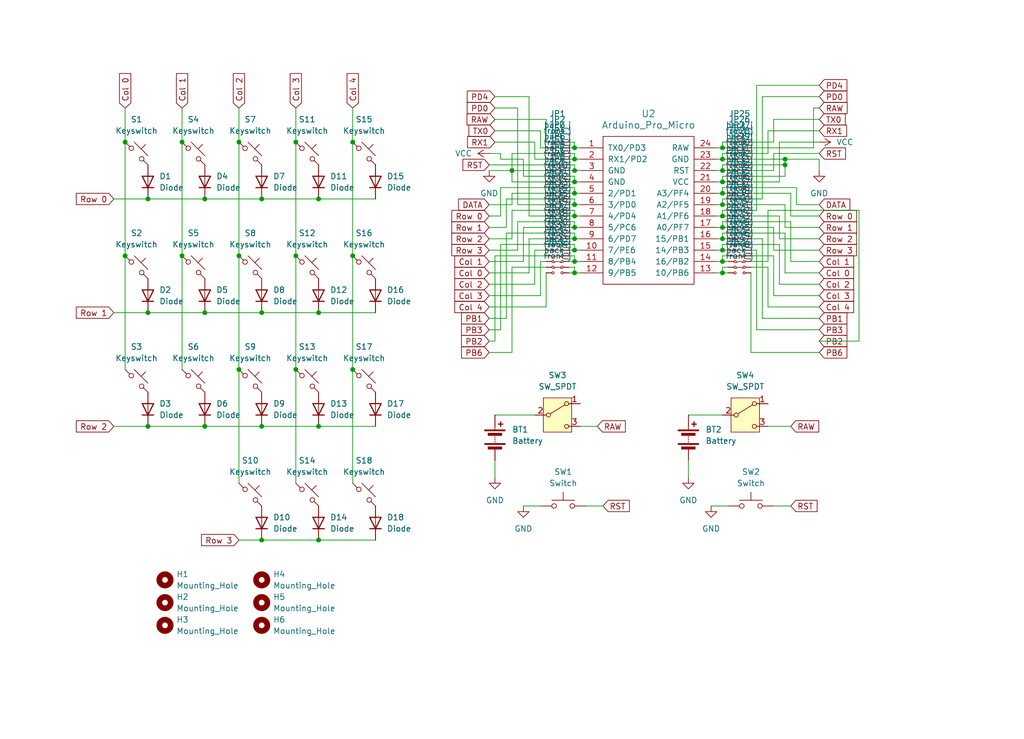
<source format=kicad_sch>
(kicad_sch (version 20231120) (generator "eeschema") (generator_version "8.0")
  (paper "User" 228.6 165.1)
  (title_block (title "Split36") (rev "3.0") (company "Connor Molnar"))
  (junction (at 161.29 55.88))
  (junction (at 66.04 82.55))
  (junction (at 71.12 120.65))
  (junction (at 128.27 53.34))
  (junction (at 78.74 31.75))
  (junction (at 161.29 35.56))
  (junction (at 128.27 50.8))
  (junction (at 128.27 38.1))
  (junction (at 175.26 35.56))
  (junction (at 128.27 43.18))
  (junction (at 161.29 38.1))
  (junction (at 66.04 57.15))
  (junction (at 128.27 48.26))
  (junction (at 27.94 57.15))
  (junction (at 161.29 40.64))
  (junction (at 161.29 58.42))
  (junction (at 40.64 31.75))
  (junction (at 33.02 95.25))
  (junction (at 161.29 60.96))
  (junction (at 175.26 36.83))
  (junction (at 128.27 60.96))
  (junction (at 53.34 82.55))
  (junction (at 27.94 31.75))
  (junction (at 71.12 95.25))
  (junction (at 128.27 58.42))
  (junction (at 53.34 57.15))
  (junction (at 33.02 69.85))
  (junction (at 128.27 55.88))
  (junction (at 58.42 95.25))
  (junction (at 45.72 95.25))
  (junction (at 161.29 48.26))
  (junction (at 114.3 38.1))
  (junction (at 33.02 44.45))
  (junction (at 161.29 50.8))
  (junction (at 66.04 31.75))
  (junction (at 161.29 43.18))
  (junction (at 128.27 45.72))
  (junction (at 161.29 45.72))
  (junction (at 58.42 69.85))
  (junction (at 78.74 82.55))
  (junction (at 58.42 44.45))
  (junction (at 128.27 33.02))
  (junction (at 71.12 44.45))
  (junction (at 40.64 57.15))
  (junction (at 78.74 57.15))
  (junction (at 161.29 33.02))
  (junction (at 53.34 31.75))
  (junction (at 58.42 120.65))
  (junction (at 45.72 44.45))
  (junction (at 45.72 69.85))
  (junction (at 71.12 69.85))
  (junction (at 161.29 53.34))
  (junction (at 128.27 40.64))
  (junction (at 128.27 35.56))
  (wire (pts (xy 167.64 41.91) (xy 177.8 41.91)))
  (wire (pts (xy 172.72 38.1) (xy 172.72 34.29)))
  (wire (pts (xy 175.26 60.96) (xy 182.88 60.96)))
  (wire (pts (xy 161.29 36.83) (xy 162.56 36.83)))
  (wire (pts (xy 128.27 50.8) (xy 129.54 50.8)))
  (wire (pts (xy 128.27 55.88) (xy 128.27 54.61)))
  (wire (pts (xy 115.57 24.13) (xy 110.49 24.13)))
  (wire (pts (xy 53.34 82.55) (xy 53.34 107.95)))
  (wire (pts (xy 78.74 82.55) (xy 78.74 107.95)))
  (wire (pts (xy 167.64 54.61) (xy 173.99 54.61)))
  (wire (pts (xy 161.29 50.8) (xy 161.29 49.53)))
  (wire (pts (xy 128.27 55.88) (xy 129.54 55.88)))
  (wire (pts (xy 128.27 45.72) (xy 128.27 44.45)))
  (wire (pts (xy 170.18 21.59) (xy 182.88 21.59)))
  (wire (pts (xy 110.49 92.71) (xy 119.38 92.71)))
  (wire (pts (xy 161.29 43.18) (xy 161.29 41.91)))
  (wire (pts (xy 161.29 45.72) (xy 162.56 45.72)))
  (wire (pts (xy 161.29 35.56) (xy 162.56 35.56)))
  (wire (pts (xy 167.64 38.1) (xy 172.72 38.1)))
  (wire (pts (xy 172.72 55.88) (xy 182.88 55.88)))
  (wire (pts (xy 161.29 31.75) (xy 162.56 31.75)))
  (wire (pts (xy 161.29 33.02) (xy 161.29 31.75)))
  (wire (pts (xy 128.27 59.69) (xy 127 59.69)))
  (wire (pts (xy 109.22 36.83) (xy 121.92 36.83)))
  (wire (pts (xy 130.81 113.03) (xy 134.62 113.03)))
  (wire (pts (xy 167.64 59.69) (xy 171.45 59.69)))
  (wire (pts (xy 119.38 55.88) (xy 119.38 63.5)))
  (wire (pts (xy 160.02 45.72) (xy 161.29 45.72)))
  (wire (pts (xy 171.45 95.25) (xy 176.53 95.25)))
  (wire (pts (xy 172.72 31.75) (xy 172.72 26.67)))
  (wire (pts (xy 118.11 21.59) (xy 110.49 21.59)))
  (wire (pts (xy 27.94 31.75) (xy 27.94 57.15)))
  (wire (pts (xy 113.03 50.8) (xy 109.22 50.8)))
  (wire (pts (xy 191.77 46.99) (xy 191.77 76.2)))
  (wire (pts (xy 168.91 19.05) (xy 182.88 19.05)))
  (wire (pts (xy 161.29 41.91) (xy 162.56 41.91)))
  (wire (pts (xy 171.45 59.69) (xy 171.45 68.58)))
  (wire (pts (xy 160.02 43.18) (xy 161.29 43.18)))
  (wire (pts (xy 119.38 63.5) (xy 109.22 63.5)))
  (wire (pts (xy 160.02 40.64) (xy 161.29 40.64)))
  (wire (pts (xy 109.22 73.66) (xy 111.76 73.66)))
  (wire (pts (xy 116.84 58.42) (xy 109.22 58.42)))
  (wire (pts (xy 127 33.02) (xy 128.27 33.02)))
  (wire (pts (xy 128.27 35.56) (xy 129.54 35.56)))
  (wire (pts (xy 33.02 69.85) (xy 45.72 69.85)))
  (wire (pts (xy 172.72 26.67) (xy 182.88 26.67)))
  (wire (pts (xy 111.76 73.66) (xy 111.76 54.61)))
  (wire (pts (xy 58.42 69.85) (xy 71.12 69.85)))
  (wire (pts (xy 128.27 38.1) (xy 129.54 38.1)))
  (wire (pts (xy 167.64 33.02) (xy 181.61 33.02)))
  (wire (pts (xy 160.02 48.26) (xy 161.29 48.26)))
  (wire (pts (xy 40.64 31.75) (xy 40.64 57.15)))
  (wire (pts (xy 114.3 46.99) (xy 114.3 53.34)))
  (wire (pts (xy 109.22 38.1) (xy 114.3 38.1)))
  (wire (pts (xy 110.49 76.2) (xy 109.22 76.2)))
  (wire (pts (xy 172.72 113.03) (xy 176.53 113.03)))
  (wire (pts (xy 172.72 57.15) (xy 172.72 66.04)))
  (wire (pts (xy 78.74 57.15) (xy 78.74 82.55)))
  (wire (pts (xy 25.4 95.25) (xy 33.02 95.25)))
  (wire (pts (xy 175.26 50.8) (xy 182.88 50.8)))
  (wire (pts (xy 128.27 33.02) (xy 128.27 31.75)))
  (wire (pts (xy 121.92 45.72) (xy 115.57 45.72)))
  (wire (pts (xy 161.29 39.37) (xy 162.56 39.37)))
  (wire (pts (xy 111.76 35.56) (xy 111.76 34.29)))
  (wire (pts (xy 153.67 92.71) (xy 161.29 92.71)))
  (wire (pts (xy 127 35.56) (xy 128.27 35.56)))
  (wire (pts (xy 161.29 55.88) (xy 161.29 54.61)))
  (wire (pts (xy 173.99 48.26) (xy 173.99 53.34)))
  (wire (pts (xy 161.29 55.88) (xy 162.56 55.88)))
  (wire (pts (xy 128.27 34.29) (xy 127 34.29)))
  (wire (pts (xy 173.99 53.34) (xy 182.88 53.34)))
  (wire (pts (xy 161.29 60.96) (xy 161.29 59.69)))
  (wire (pts (xy 114.3 78.74) (xy 109.22 78.74)))
  (wire (pts (xy 170.18 44.45) (xy 170.18 21.59)))
  (wire (pts (xy 78.74 31.75) (xy 78.74 57.15)))
  (wire (pts (xy 177.8 45.72) (xy 182.88 45.72)))
  (wire (pts (xy 128.27 33.02) (xy 129.54 33.02)))
  (wire (pts (xy 176.53 49.53) (xy 176.53 58.42)))
  (wire (pts (xy 111.76 54.61) (xy 121.92 54.61)))
  (wire (pts (xy 110.49 26.67) (xy 121.92 26.67)))
  (wire (pts (xy 161.29 45.72) (xy 161.29 44.45)))
  (wire (pts (xy 53.34 24.13) (xy 53.34 31.75)))
  (wire (pts (xy 127 55.88) (xy 128.27 55.88)))
  (wire (pts (xy 170.18 71.12) (xy 182.88 71.12)))
  (wire (pts (xy 172.72 50.8) (xy 172.72 55.88)))
  (wire (pts (xy 173.99 31.75) (xy 182.88 31.75)))
  (wire (pts (xy 121.92 49.53) (xy 115.57 49.53)))
  (wire (pts (xy 161.29 35.56) (xy 161.29 34.29)))
  (wire (pts (xy 121.92 46.99) (xy 114.3 46.99)))
  (wire (pts (xy 128.27 35.56) (xy 128.27 34.29)))
  (wire (pts (xy 127 48.26) (xy 128.27 48.26)))
  (wire (pts (xy 71.12 120.65) (xy 83.82 120.65)))
  (wire (pts (xy 167.64 49.53) (xy 176.53 49.53)))
  (wire (pts (xy 181.61 24.13) (xy 182.88 24.13)))
  (wire (pts (xy 161.29 38.1) (xy 161.29 36.83)))
  (wire (pts (xy 161.29 57.15) (xy 162.56 57.15)))
  (wire (pts (xy 121.92 58.42) (xy 120.65 58.42)))
  (wire (pts (xy 170.18 53.34) (xy 170.18 71.12)))
  (wire (pts (xy 181.61 33.02) (xy 181.61 24.13)))
  (wire (pts (xy 45.72 69.85) (xy 58.42 69.85)))
  (wire (pts (xy 160.02 55.88) (xy 161.29 55.88)))
  (wire (pts (xy 71.12 95.25) (xy 83.82 95.25)))
  (wire (pts (xy 121.92 43.18) (xy 114.3 43.18)))
  (wire (pts (xy 128.27 43.18) (xy 129.54 43.18)))
  (wire (pts (xy 110.49 102.87) (xy 110.49 106.68)))
  (wire (pts (xy 175.26 36.83) (xy 175.26 39.37)))
  (wire (pts (xy 66.04 24.13) (xy 66.04 31.75)))
  (wire (pts (xy 128.27 48.26) (xy 128.27 46.99)))
  (wire (pts (xy 113.03 52.07) (xy 113.03 71.12)))
  (wire (pts (xy 128.27 39.37) (xy 127 39.37)))
  (wire (pts (xy 175.26 35.56) (xy 175.26 36.83)))
  (wire (pts (xy 27.94 57.15) (xy 27.94 82.55)))
  (wire (pts (xy 160.02 35.56) (xy 161.29 35.56)))
  (wire (pts (xy 182.88 35.56) (xy 182.88 38.1)))
  (wire (pts (xy 121.92 60.96) (xy 121.92 68.58)))
  (wire (pts (xy 175.26 45.72) (xy 175.26 50.8)))
  (wire (pts (xy 167.64 52.07) (xy 175.26 52.07)))
  (wire (pts (xy 114.3 38.1) (xy 121.92 38.1)))
  (wire (pts (xy 121.92 48.26) (xy 118.11 48.26)))
  (wire (pts (xy 121.92 59.69) (xy 114.3 59.69)))
  (wire (pts (xy 115.57 49.53) (xy 115.57 55.88)))
  (wire (pts (xy 175.26 35.56) (xy 182.88 35.56)))
  (wire (pts (xy 172.72 34.29) (xy 182.88 34.29)))
  (wire (pts (xy 45.72 44.45) (xy 58.42 44.45)))
  (wire (pts (xy 167.64 40.64) (xy 173.99 40.64)))
  (wire (pts (xy 167.64 58.42) (xy 171.45 58.42)))
  (wire (pts (xy 128.27 40.64) (xy 128.27 39.37)))
  (wire (pts (xy 121.92 33.02) (xy 120.65 33.02)))
  (wire (pts (xy 176.53 48.26) (xy 182.88 48.26)))
  (wire (pts (xy 161.29 53.34) (xy 161.29 52.07)))
  (wire (pts (xy 127 45.72) (xy 128.27 45.72)))
  (wire (pts (xy 114.3 34.29) (xy 114.3 38.1)))
  (wire (pts (xy 71.12 44.45) (xy 83.82 44.45)))
  (wire (pts (xy 167.64 55.88) (xy 168.91 55.88)))
  (wire (pts (xy 121.92 34.29) (xy 114.3 34.29)))
  (wire (pts (xy 129.54 95.25) (xy 133.35 95.25)))
  (wire (pts (xy 128.27 53.34) (xy 129.54 53.34)))
  (wire (pts (xy 71.12 69.85) (xy 83.82 69.85)))
  (wire (pts (xy 128.27 54.61) (xy 127 54.61)))
  (wire (pts (xy 167.64 53.34) (xy 170.18 53.34)))
  (wire (pts (xy 66.04 31.75) (xy 66.04 57.15)))
  (wire (pts (xy 160.02 50.8) (xy 161.29 50.8)))
  (wire (pts (xy 121.92 52.07) (xy 113.03 52.07)))
  (wire (pts (xy 161.29 53.34) (xy 162.56 53.34)))
  (wire (pts (xy 173.99 63.5) (xy 182.88 63.5)))
  (wire (pts (xy 160.02 60.96) (xy 161.29 60.96)))
  (wire (pts (xy 119.38 31.75) (xy 110.49 31.75)))
  (wire (pts (xy 161.29 60.96) (xy 162.56 60.96)))
  (wire (pts (xy 121.92 35.56) (xy 119.38 35.56)))
  (wire (pts (xy 167.64 31.75) (xy 172.72 31.75)))
  (wire (pts (xy 113.03 44.45) (xy 113.03 50.8)))
  (wire (pts (xy 40.64 24.13) (xy 40.64 31.75)))
  (wire (pts (xy 161.29 33.02) (xy 162.56 33.02)))
  (wire (pts (xy 128.27 40.64) (xy 129.54 40.64)))
  (wire (pts (xy 176.53 43.18) (xy 176.53 48.26)))
  (wire (pts (xy 111.76 48.26) (xy 109.22 48.26)))
  (wire (pts (xy 161.29 54.61) (xy 162.56 54.61)))
  (wire (pts (xy 128.27 36.83) (xy 127 36.83)))
  (wire (pts (xy 128.27 58.42) (xy 129.54 58.42)))
  (wire (pts (xy 161.29 48.26) (xy 161.29 46.99)))
  (wire (pts (xy 109.22 45.72) (xy 114.3 45.72)))
  (wire (pts (xy 33.02 95.25) (xy 45.72 95.25)))
  (wire (pts (xy 115.57 45.72) (xy 115.57 24.13)))
  (wire (pts (xy 127 40.64) (xy 128.27 40.64)))
  (wire (pts (xy 121.92 50.8) (xy 116.84 50.8)))
  (wire (pts (xy 160.02 53.34) (xy 161.29 53.34)))
  (wire (pts (xy 171.45 68.58) (xy 182.88 68.58)))
  (wire (pts (xy 161.29 58.42) (xy 162.56 58.42)))
  (wire (pts (xy 172.72 66.04) (xy 182.88 66.04)))
  (wire (pts (xy 167.64 48.26) (xy 173.99 48.26)))
  (wire (pts (xy 167.64 50.8) (xy 172.72 50.8)))
  (wire (pts (xy 118.11 48.26) (xy 118.11 21.59)))
  (wire (pts (xy 167.64 36.83) (xy 175.26 36.83)))
  (wire (pts (xy 121.92 57.15) (xy 110.49 57.15)))
  (wire (pts (xy 121.92 53.34) (xy 118.11 53.34)))
  (wire (pts (xy 167.64 35.56) (xy 175.26 35.56)))
  (wire (pts (xy 116.84 39.37) (xy 116.84 35.56)))
  (wire (pts (xy 128.27 57.15) (xy 127 57.15)))
  (wire (pts (xy 53.34 120.65) (xy 58.42 120.65)))
  (wire (pts (xy 128.27 46.99) (xy 127 46.99)))
  (wire (pts (xy 113.03 71.12) (xy 109.22 71.12)))
  (wire (pts (xy 128.27 52.07) (xy 127 52.07)))
  (wire (pts (xy 118.11 53.34) (xy 118.11 60.96)))
  (wire (pts (xy 161.29 44.45) (xy 162.56 44.45)))
  (wire (pts (xy 161.29 59.69) (xy 162.56 59.69)))
  (wire (pts (xy 171.45 46.99) (xy 191.77 46.99)))
  (wire (pts (xy 127 58.42) (xy 128.27 58.42)))
  (wire (pts (xy 167.64 43.18) (xy 176.53 43.18)))
  (wire (pts (xy 128.27 53.34) (xy 128.27 52.07)))
  (wire (pts (xy 114.3 38.1) (xy 114.3 40.64)))
  (wire (pts (xy 175.26 52.07) (xy 175.26 60.96)))
  (wire (pts (xy 167.64 57.15) (xy 172.72 57.15)))
  (wire (pts (xy 127 38.1) (xy 128.27 38.1)))
  (wire (pts (xy 173.99 40.64) (xy 173.99 31.75)))
  (wire (pts (xy 161.29 49.53) (xy 162.56 49.53)))
  (wire (pts (xy 121.92 41.91) (xy 111.76 41.91)))
  (wire (pts (xy 110.49 29.21) (xy 120.65 29.21)))
  (wire (pts (xy 127 53.34) (xy 128.27 53.34)))
  (wire (pts (xy 167.64 44.45) (xy 170.18 44.45)))
  (wire (pts (xy 128.27 41.91) (xy 127 41.91)))
  (wire (pts (xy 121.92 40.64) (xy 114.3 40.64)))
  (wire (pts (xy 128.27 45.72) (xy 129.54 45.72)))
  (wire (pts (xy 78.74 24.13) (xy 78.74 31.75)))
  (wire (pts (xy 161.29 38.1) (xy 162.56 38.1)))
  (wire (pts (xy 27.94 24.13) (xy 27.94 31.75)))
  (wire (pts (xy 160.02 33.02) (xy 161.29 33.02)))
  (wire (pts (xy 128.27 38.1) (xy 128.27 36.83)))
  (wire (pts (xy 116.84 113.03) (xy 120.65 113.03)))
  (wire (pts (xy 127 50.8) (xy 128.27 50.8)))
  (wire (pts (xy 127 43.18) (xy 128.27 43.18)))
  (wire (pts (xy 118.11 60.96) (xy 109.22 60.96)))
  (wire (pts (xy 177.8 41.91) (xy 177.8 45.72)))
  (wire (pts (xy 114.3 53.34) (xy 109.22 53.34)))
  (wire (pts (xy 167.64 34.29) (xy 171.45 34.29)))
  (wire (pts (xy 120.65 58.42) (xy 120.65 66.04)))
  (wire (pts (xy 176.53 58.42) (xy 182.88 58.42)))
  (wire (pts (xy 58.42 95.25) (xy 71.12 95.25)))
  (wire (pts (xy 114.3 59.69) (xy 114.3 78.74)))
  (wire (pts (xy 116.84 50.8) (xy 116.84 58.42)))
  (wire (pts (xy 111.76 41.91) (xy 111.76 48.26)))
  (wire (pts (xy 167.64 46.99) (xy 168.91 46.99)))
  (wire (pts (xy 171.45 58.42) (xy 171.45 46.99)))
  (wire (pts (xy 167.64 39.37) (xy 175.26 39.37)))
  (wire (pts (xy 171.45 29.21) (xy 182.88 29.21)))
  (wire (pts (xy 191.77 76.2) (xy 182.88 76.2)))
  (wire (pts (xy 121.92 31.75) (xy 121.92 26.67)))
  (wire (pts (xy 168.91 46.99) (xy 168.91 19.05)))
  (wire (pts (xy 167.64 78.74) (xy 182.88 78.74)))
  (wire (pts (xy 128.27 44.45) (xy 127 44.45)))
  (wire (pts (xy 53.34 57.15) (xy 53.34 82.55)))
  (wire (pts (xy 167.64 60.96) (xy 167.64 78.74)))
  (wire (pts (xy 128.27 50.8) (xy 128.27 49.53)))
  (wire (pts (xy 168.91 55.88) (xy 168.91 73.66)))
  (wire (pts (xy 161.29 50.8) (xy 162.56 50.8)))
  (wire (pts (xy 161.29 34.29) (xy 162.56 34.29)))
  (wire (pts (xy 121.92 39.37) (xy 116.84 39.37)))
  (wire (pts (xy 173.99 54.61) (xy 173.99 63.5)))
  (wire (pts (xy 160.02 38.1) (xy 161.29 38.1)))
  (wire (pts (xy 158.75 113.03) (xy 162.56 113.03)))
  (wire (pts (xy 119.38 35.56) (xy 119.38 31.75)))
  (wire (pts (xy 128.27 43.18) (xy 128.27 41.91)))
  (wire (pts (xy 115.57 55.88) (xy 109.22 55.88)))
  (wire (pts (xy 121.92 68.58) (xy 109.22 68.58)))
  (wire (pts (xy 128.27 60.96) (xy 128.27 59.69)))
  (wire (pts (xy 161.29 46.99) (xy 162.56 46.99)))
  (wire (pts (xy 121.92 55.88) (xy 119.38 55.88)))
  (wire (pts (xy 153.67 102.87) (xy 153.67 106.68)))
  (wire (pts (xy 127 60.96) (xy 128.27 60.96)))
  (wire (pts (xy 120.65 33.02) (xy 120.65 29.21)))
  (wire (pts (xy 25.4 69.85) (xy 33.02 69.85)))
  (wire (pts (xy 58.42 120.65) (xy 71.12 120.65)))
  (wire (pts (xy 167.64 45.72) (xy 175.26 45.72)))
  (wire (pts (xy 161.29 48.26) (xy 162.56 48.26)))
  (wire (pts (xy 128.27 31.75) (xy 127 31.75)))
  (wire (pts (xy 66.04 57.15) (xy 66.04 82.55)))
  (wire (pts (xy 66.04 82.55) (xy 66.04 107.95)))
  (wire (pts (xy 33.02 44.45) (xy 45.72 44.45)))
  (wire (pts (xy 110.49 57.15) (xy 110.49 76.2)))
  (wire (pts (xy 128.27 48.26) (xy 129.54 48.26)))
  (wire (pts (xy 168.91 73.66) (xy 182.88 73.66)))
  (wire (pts (xy 116.84 35.56) (xy 111.76 35.56)))
  (wire (pts (xy 161.29 58.42) (xy 161.29 57.15)))
  (wire (pts (xy 40.64 57.15) (xy 40.64 82.55)))
  (wire (pts (xy 161.29 40.64) (xy 162.56 40.64)))
  (wire (pts (xy 58.42 44.45) (xy 71.12 44.45)))
  (wire (pts (xy 111.76 34.29) (xy 109.22 34.29)))
  (wire (pts (xy 161.29 40.64) (xy 161.29 39.37)))
  (wire (pts (xy 120.65 66.04) (xy 109.22 66.04)))
  (wire (pts (xy 114.3 43.18) (xy 114.3 45.72)))
  (wire (pts (xy 45.72 95.25) (xy 58.42 95.25)))
  (wire (pts (xy 128.27 49.53) (xy 127 49.53)))
  (wire (pts (xy 171.45 34.29) (xy 171.45 29.21)))
  (wire (pts (xy 121.92 44.45) (xy 113.03 44.45)))
  (wire (pts (xy 128.27 60.96) (xy 129.54 60.96)))
  (wire (pts (xy 25.4 44.45) (xy 33.02 44.45)))
  (wire (pts (xy 160.02 58.42) (xy 161.29 58.42)))
  (wire (pts (xy 53.34 31.75) (xy 53.34 57.15)))
  (wire (pts (xy 161.29 43.18) (xy 162.56 43.18)))
  (wire (pts (xy 128.27 58.42) (xy 128.27 57.15)))
  (wire (pts (xy 161.29 52.07) (xy 162.56 52.07)))
  (global_label "Row 0" (shape input) (at 109.22 48.26 180) (property "Intersheetrefs" "${INTERSHEET_REFS}" (effects (hide yes))))
  (global_label "Col 3" (shape input) (at 109.22 66.04 180) (property "Intersheetrefs" "${INTERSHEET_REFS}" (effects (hide yes))))
  (global_label "Col 3" (shape input) (at 66.04 24.13 90) (property "Intersheetrefs" "${INTERSHEET_REFS}" (effects (hide yes))))
  (global_label "Row 2" (shape input) (at 182.88 53.34 0) (property "Intersheetrefs" "${INTERSHEET_REFS}" (effects (hide yes))))
  (global_label "PB3" (shape input) (at 109.22 73.66 180) (property "Intersheetrefs" "${INTERSHEET_REFS}" (effects (hide yes))))
  (global_label "Row 2" (shape input) (at 25.4 95.25 180) (property "Intersheetrefs" "${INTERSHEET_REFS}" (effects (hide yes))))
  (global_label "RST" (shape input) (at 134.62 113.03 0) (property "Intersheetrefs" "${INTERSHEET_REFS}" (effects (hide yes))))
  (global_label "Row 0" (shape input) (at 182.88 48.26 0) (property "Intersheetrefs" "${INTERSHEET_REFS}" (effects (hide yes))))
  (global_label "Row 1" (shape input) (at 25.4 69.85 180) (property "Intersheetrefs" "${INTERSHEET_REFS}" (effects (hide yes))))
  (global_label "Row 1" (shape input) (at 109.22 50.8 180) (property "Intersheetrefs" "${INTERSHEET_REFS}" (effects (hide yes))))
  (global_label "Col 2" (shape input) (at 53.34 24.13 90) (property "Intersheetrefs" "${INTERSHEET_REFS}" (effects (hide yes))))
  (global_label "Col 0" (shape input) (at 109.22 60.96 180) (property "Intersheetrefs" "${INTERSHEET_REFS}" (effects (hide yes))))
  (global_label "RAW" (shape input) (at 176.53 95.25 0) (property "Intersheetrefs" "${INTERSHEET_REFS}" (effects (hide yes))))
  (global_label "TX0" (shape input) (at 182.88 26.67 0) (property "Intersheetrefs" "${INTERSHEET_REFS}" (effects (hide yes))))
  (global_label "RAW" (shape input) (at 110.49 26.67 180) (property "Intersheetrefs" "${INTERSHEET_REFS}" (effects (hide yes))))
  (global_label "Col 3" (shape input) (at 182.88 66.04 0) (property "Intersheetrefs" "${INTERSHEET_REFS}" (effects (hide yes))))
  (global_label "PD4" (shape input) (at 110.49 21.59 180) (property "Intersheetrefs" "${INTERSHEET_REFS}" (effects (hide yes))))
  (global_label "Row 3" (shape input) (at 109.22 55.88 180) (property "Intersheetrefs" "${INTERSHEET_REFS}" (effects (hide yes))))
  (global_label "PB2" (shape input) (at 182.88 76.2 0) (property "Intersheetrefs" "${INTERSHEET_REFS}" (effects (hide yes))))
  (global_label "Row 1" (shape input) (at 182.88 50.8 0) (property "Intersheetrefs" "${INTERSHEET_REFS}" (effects (hide yes))))
  (global_label "Col 4" (shape input) (at 78.74 24.13 90) (property "Intersheetrefs" "${INTERSHEET_REFS}" (effects (hide yes))))
  (global_label "PD0" (shape input) (at 110.49 24.13 180) (property "Intersheetrefs" "${INTERSHEET_REFS}" (effects (hide yes))))
  (global_label "PB6" (shape input) (at 109.22 78.74 180) (property "Intersheetrefs" "${INTERSHEET_REFS}" (effects (hide yes))))
  (global_label "Col 2" (shape input) (at 182.88 63.5 0) (property "Intersheetrefs" "${INTERSHEET_REFS}" (effects (hide yes))))
  (global_label "PD0" (shape input) (at 182.88 21.59 0) (property "Intersheetrefs" "${INTERSHEET_REFS}" (effects (hide yes))))
  (global_label "RAW" (shape input) (at 133.35 95.25 0) (property "Intersheetrefs" "${INTERSHEET_REFS}" (effects (hide yes))))
  (global_label "Row 3" (shape input) (at 53.34 120.65 180) (property "Intersheetrefs" "${INTERSHEET_REFS}" (effects (hide yes))))
  (global_label "TX0" (shape input) (at 110.49 29.21 180) (property "Intersheetrefs" "${INTERSHEET_REFS}" (effects (hide yes))))
  (global_label "PB6" (shape input) (at 182.88 78.74 0) (property "Intersheetrefs" "${INTERSHEET_REFS}" (effects (hide yes))))
  (global_label "Col 1" (shape input) (at 109.22 58.42 180) (property "Intersheetrefs" "${INTERSHEET_REFS}" (effects (hide yes))))
  (global_label "RX1" (shape input) (at 182.88 29.21 0) (property "Intersheetrefs" "${INTERSHEET_REFS}" (effects (hide yes))))
  (global_label "Col 4" (shape input) (at 109.22 68.58 180) (property "Intersheetrefs" "${INTERSHEET_REFS}" (effects (hide yes))))
  (global_label "DATA" (shape input) (at 182.88 45.72 0) (property "Intersheetrefs" "${INTERSHEET_REFS}" (effects (hide yes))))
  (global_label "RST" (shape input) (at 109.22 36.83 180) (property "Intersheetrefs" "${INTERSHEET_REFS}" (effects (hide yes))))
  (global_label "Col 0" (shape input) (at 182.88 60.96 0) (property "Intersheetrefs" "${INTERSHEET_REFS}" (effects (hide yes))))
  (global_label "Row 2" (shape input) (at 109.22 53.34 180) (property "Intersheetrefs" "${INTERSHEET_REFS}" (effects (hide yes))))
  (global_label "PB2" (shape input) (at 109.22 76.2 180) (property "Intersheetrefs" "${INTERSHEET_REFS}" (effects (hide yes))))
  (global_label "Col 4" (shape input) (at 182.88 68.58 0) (property "Intersheetrefs" "${INTERSHEET_REFS}" (effects (hide yes))))
  (global_label "DATA" (shape input) (at 109.22 45.72 180) (property "Intersheetrefs" "${INTERSHEET_REFS}" (effects (hide yes))))
  (global_label "Col 2" (shape input) (at 109.22 63.5 180) (property "Intersheetrefs" "${INTERSHEET_REFS}" (effects (hide yes))))
  (global_label "PB3" (shape input) (at 182.88 73.66 0) (property "Intersheetrefs" "${INTERSHEET_REFS}" (effects (hide yes))))
  (global_label "Row 0" (shape input) (at 25.4 44.45 180) (property "Intersheetrefs" "${INTERSHEET_REFS}" (effects (hide yes))))
  (global_label "RAW" (shape input) (at 182.88 24.13 0) (property "Intersheetrefs" "${INTERSHEET_REFS}" (effects (hide yes))))
  (global_label "Col 1" (shape input) (at 40.64 24.13 90) (property "Intersheetrefs" "${INTERSHEET_REFS}" (effects (hide yes))))
  (global_label "RST" (shape input) (at 182.88 34.29 0) (property "Intersheetrefs" "${INTERSHEET_REFS}" (effects (hide yes))))
  (global_label "PB1" (shape input) (at 109.22 71.12 180) (property "Intersheetrefs" "${INTERSHEET_REFS}" (effects (hide yes))))
  (global_label "RST" (shape input) (at 176.53 113.03 0) (property "Intersheetrefs" "${INTERSHEET_REFS}" (effects (hide yes))))
  (global_label "RX1" (shape input) (at 110.49 31.75 180) (property "Intersheetrefs" "${INTERSHEET_REFS}" (effects (hide yes))))
  (global_label "Row 3" (shape input) (at 182.88 55.88 0) (property "Intersheetrefs" "${INTERSHEET_REFS}" (effects (hide yes))))
  (global_label "Col 1" (shape input) (at 182.88 58.42 0) (property "Intersheetrefs" "${INTERSHEET_REFS}" (effects (hide yes))))
  (global_label "PB1" (shape input) (at 182.88 71.12 0) (property "Intersheetrefs" "${INTERSHEET_REFS}" (effects (hide yes))))
  (global_label "Col 0" (shape input) (at 27.94 24.13 90) (property "Intersheetrefs" "${INTERSHEET_REFS}" (effects (hide yes))))
  (global_label "PD4" (shape input) (at 182.88 19.05 0) (property "Intersheetrefs" "${INTERSHEET_REFS}" (effects (hide yes))))
  (symbol (lib_id "Jumper:Jumper_2_Small_Open") (at 124.46 50.8 0) (mirror y) (unit 1) (exclude_from_sim yes)
    (property "Reference" "JP16" (at 124.46 44.45 0))
    (property "Value" "front_j" (at 124.46 46.99 0))
    (property "Footprint" "Jumper:SolderJumper-2_P1.3mm_Open_TrianglePad1.0x1.5mm" (effects (hide yes)))
    (property "Description" "Jumper, 2-pole, small symbol, open" (effects (hide yes)))
  )
  (symbol (lib_id "ScottoKeebs:Placeholder_Diode") (at 33.02 40.64 90) (unit 1)
    (property "Reference" "D1" (at 35.56 39.3699 90) (effects (justify right)))
    (property "Value" "Diode" (at 35.56 41.9099 90) (effects (justify right)))
    (property "Footprint" "ScottoKeebs_Components:Diode_DO-35" (effects (hide yes)))
    (property "Description" "1N4148 (DO-35) or 1N4148W (SOD-123)" (effects (hide yes)))
    (property "Sim.Device" "D" (effects (hide yes)))
    (property "Sim.Pins" "1=K 2=A" (effects (hide yes)))
  )
  (symbol (lib_id "power:GND") (at 110.49 106.68 0) (unit 1)
    (property "Reference" "#PWR02" (effects (hide yes)))
    (property "Value" "GND" (at 110.49 111.76 0))
    (property "Description" "Power symbol creates a global label with name \"GND\" , ground" (effects (hide yes)))
  )
  (symbol (lib_id "ScottoKeebs:Placeholder_Mounting_Hole") (at 36.83 134.62 0) (unit 1)
    (property "Reference" "H2" (at 39.37 133.3499 0) (effects (justify left)))
    (property "Value" "Mounting_Hole" (at 39.37 135.8899 0) (effects (justify left)))
    (property "Footprint" "ScottoKeebs_Scotto:Standoff_M2x6mm" (effects (hide yes)))
    (property "Description" "Mounting Hole without connection" (effects (hide yes)))
  )
  (symbol (lib_id "power:GND") (at 116.84 113.03 0) (unit 1)
    (property "Reference" "#PWR04" (effects (hide yes)))
    (property "Value" "GND" (at 116.84 118.11 0))
    (property "Description" "Power symbol creates a global label with name \"GND\" , ground" (effects (hide yes)))
  )
  (symbol (lib_id "ScottoKeebs:Placeholder_Diode") (at 71.12 116.84 90) (unit 1)
    (property "Reference" "D14" (at 73.66 115.5699 90) (effects (justify right)))
    (property "Value" "Diode" (at 73.66 118.1099 90) (effects (justify right)))
    (property "Footprint" "ScottoKeebs_Components:Diode_DO-35" (effects (hide yes)))
    (property "Description" "1N4148 (DO-35) or 1N4148W (SOD-123)" (effects (hide yes)))
    (property "Sim.Device" "D" (effects (hide yes)))
    (property "Sim.Pins" "1=K 2=A" (effects (hide yes)))
  )
  (symbol (lib_id "Jumper:Jumper_2_Small_Open") (at 165.1 52.07 0) (unit 1) (exclude_from_sim yes)
    (property "Reference" "JP41" (at 165.1 45.72 0))
    (property "Value" "back_j" (at 165.1 48.26 0))
    (property "Footprint" "Jumper:SolderJumper-2_P1.3mm_Open_TrianglePad1.0x1.5mm" (effects (hide yes)))
    (property "Description" "Jumper, 2-pole, small symbol, open" (effects (hide yes)))
  )
  (symbol (lib_id "Jumper:Jumper_2_Small_Open") (at 124.46 44.45 0) (mirror y) (unit 1) (exclude_from_sim yes)
    (property "Reference" "JP11" (at 124.46 38.1 0))
    (property "Value" "back_j" (at 124.46 40.64 0))
    (property "Footprint" "Jumper:SolderJumper-2_P1.3mm_Open_TrianglePad1.0x1.5mm" (effects (hide yes)))
    (property "Description" "Jumper, 2-pole, small symbol, open" (effects (hide yes)))
  )
  (symbol (lib_id "ScottoKeebs:Placeholder_Diode") (at 58.42 40.64 90) (unit 1)
    (property "Reference" "D7" (at 60.96 39.3699 90) (effects (justify right)))
    (property "Value" "Diode" (at 60.96 41.9099 90) (effects (justify right)))
    (property "Footprint" "ScottoKeebs_Components:Diode_DO-35" (effects (hide yes)))
    (property "Description" "1N4148 (DO-35) or 1N4148W (SOD-123)" (effects (hide yes)))
    (property "Sim.Device" "D" (effects (hide yes)))
    (property "Sim.Pins" "1=K 2=A" (effects (hide yes)))
  )
  (symbol (lib_id "Jumper:Jumper_2_Small_Open") (at 124.46 59.69 0) (mirror y) (unit 1) (exclude_from_sim yes)
    (property "Reference" "JP23" (at 124.46 53.34 0))
    (property "Value" "back_j" (at 124.46 55.88 0))
    (property "Footprint" "Jumper:SolderJumper-2_P1.3mm_Open_TrianglePad1.0x1.5mm" (effects (hide yes)))
    (property "Description" "Jumper, 2-pole, small symbol, open" (effects (hide yes)))
  )
  (symbol (lib_id "ScottoKeebs:Placeholder_Keyswitch") (at 30.48 85.09 0) (unit 1)
    (property "Reference" "S3" (at 30.48 77.47 0))
    (property "Value" "Keyswitch" (at 30.48 80.01 0))
    (property "Footprint" "Reversible:Kailh_socket_PG1350_reversible" (effects (hide yes)))
    (property "Description" "Push button switch, normally open, two pins, 45° tilted" (effects (hide yes)))
  )
  (symbol (lib_id "ScottoKeebs:Placeholder_Diode") (at 45.72 66.04 90) (unit 1)
    (property "Reference" "D5" (at 48.26 64.7699 90) (effects (justify right)))
    (property "Value" "Diode" (at 48.26 67.3099 90) (effects (justify right)))
    (property "Footprint" "ScottoKeebs_Components:Diode_DO-35" (effects (hide yes)))
    (property "Description" "1N4148 (DO-35) or 1N4148W (SOD-123)" (effects (hide yes)))
    (property "Sim.Device" "D" (effects (hide yes)))
    (property "Sim.Pins" "1=K 2=A" (effects (hide yes)))
  )
  (symbol (lib_id "ScottoKeebs:Placeholder_Keyswitch") (at 43.18 59.69 0) (unit 1)
    (property "Reference" "S5" (at 43.18 52.07 0))
    (property "Value" "Keyswitch" (at 43.18 54.61 0))
    (property "Footprint" "Reversible:Kailh_socket_PG1350_reversible" (effects (hide yes)))
    (property "Description" "Push button switch, normally open, two pins, 45° tilted" (effects (hide yes)))
  )
  (symbol (lib_id "Jumper:Jumper_2_Small_Open") (at 165.1 49.53 0) (unit 1) (exclude_from_sim yes)
    (property "Reference" "JP39" (at 165.1 43.18 0))
    (property "Value" "back_j" (at 165.1 45.72 0))
    (property "Footprint" "Jumper:SolderJumper-2_P1.3mm_Open_TrianglePad1.0x1.5mm" (effects (hide yes)))
    (property "Description" "Jumper, 2-pole, small symbol, open" (effects (hide yes)))
  )
  (symbol (lib_id "ScottoKeebs:Placeholder_Diode") (at 33.02 91.44 90) (unit 1)
    (property "Reference" "D3" (at 35.56 90.1699 90) (effects (justify right)))
    (property "Value" "Diode" (at 35.56 92.7099 90) (effects (justify right)))
    (property "Footprint" "ScottoKeebs_Components:Diode_DO-35" (effects (hide yes)))
    (property "Description" "1N4148 (DO-35) or 1N4148W (SOD-123)" (effects (hide yes)))
    (property "Sim.Device" "D" (effects (hide yes)))
    (property "Sim.Pins" "1=K 2=A" (effects (hide yes)))
  )
  (symbol (lib_id "Jumper:Jumper_2_Small_Open") (at 165.1 48.26 0) (unit 1) (exclude_from_sim yes)
    (property "Reference" "JP38" (at 165.1 41.91 0))
    (property "Value" "front_j" (at 165.1 44.45 0))
    (property "Footprint" "Jumper:SolderJumper-2_P1.3mm_Open_TrianglePad1.0x1.5mm" (effects (hide yes)))
    (property "Description" "Jumper, 2-pole, small symbol, open" (effects (hide yes)))
  )
  (symbol (lib_id "power:GND") (at 153.67 106.68 0) (unit 1)
    (property "Reference" "#PWR03" (effects (hide yes)))
    (property "Value" "GND" (at 153.67 111.76 0))
    (property "Description" "Power symbol creates a global label with name \"GND\" , ground" (effects (hide yes)))
  )
  (symbol (lib_id "Jumper:Jumper_2_Small_Open") (at 165.1 54.61 0) (unit 1) (exclude_from_sim yes)
    (property "Reference" "JP43" (at 165.1 48.26 0))
    (property "Value" "back_j" (at 165.1 50.8 0))
    (property "Footprint" "Jumper:SolderJumper-2_P1.3mm_Open_TrianglePad1.0x1.5mm" (effects (hide yes)))
    (property "Description" "Jumper, 2-pole, small symbol, open" (effects (hide yes)))
  )
  (symbol (lib_id "ScottoKeebs:Placeholder_Keyswitch") (at 68.58 110.49 0) (unit 1)
    (property "Reference" "S14" (at 68.58 102.87 0))
    (property "Value" "Keyswitch" (at 68.58 105.41 0))
    (property "Footprint" "Reversible:Kailh_socket_PG1350_reversible" (effects (hide yes)))
    (property "Description" "Push button switch, normally open, two pins, 45° tilted" (effects (hide yes)))
  )
  (symbol (lib_id "Jumper:Jumper_2_Small_Open") (at 165.1 60.96 0) (unit 1) (exclude_from_sim yes)
    (property "Reference" "JP48" (at 165.1 54.61 0))
    (property "Value" "front_j" (at 165.1 57.15 0))
    (property "Footprint" "Jumper:SolderJumper-2_P1.3mm_Open_TrianglePad1.0x1.5mm" (effects (hide yes)))
    (property "Description" "Jumper, 2-pole, small symbol, open" (effects (hide yes)))
  )
  (symbol (lib_id "ScottoKeebs:Placeholder_Mounting_Hole") (at 58.42 129.54 0) (unit 1)
    (property "Reference" "H4" (at 60.96 128.2699 0) (effects (justify left)))
    (property "Value" "Mounting_Hole" (at 60.96 130.8099 0) (effects (justify left)))
    (property "Footprint" "ScottoKeebs_Scotto:Standoff_M2x6mm" (effects (hide yes)))
    (property "Description" "Mounting Hole without connection" (effects (hide yes)))
  )
  (symbol (lib_id "ScottoKeebs:Placeholder_Diode") (at 83.82 116.84 90) (unit 1)
    (property "Reference" "D18" (at 86.36 115.5699 90) (effects (justify right)))
    (property "Value" "Diode" (at 86.36 118.1099 90) (effects (justify right)))
    (property "Footprint" "ScottoKeebs_Components:Diode_DO-35" (effects (hide yes)))
    (property "Description" "1N4148 (DO-35) or 1N4148W (SOD-123)" (effects (hide yes)))
    (property "Sim.Device" "D" (effects (hide yes)))
    (property "Sim.Pins" "1=K 2=A" (effects (hide yes)))
  )
  (symbol (lib_id "Jumper:Jumper_2_Small_Open") (at 165.1 50.8 0) (unit 1) (exclude_from_sim yes)
    (property "Reference" "JP40" (at 165.1 44.45 0))
    (property "Value" "front_j" (at 165.1 46.99 0))
    (property "Footprint" "Jumper:SolderJumper-2_P1.3mm_Open_TrianglePad1.0x1.5mm" (effects (hide yes)))
    (property "Description" "Jumper, 2-pole, small symbol, open" (effects (hide yes)))
  )
  (symbol (lib_id "Jumper:Jumper_2_Small_Open") (at 124.46 40.64 0) (mirror y) (unit 1) (exclude_from_sim yes)
    (property "Reference" "JP8" (at 124.46 34.29 0))
    (property "Value" "front_j" (at 124.46 36.83 0))
    (property "Footprint" "Jumper:SolderJumper-2_P1.3mm_Open_TrianglePad1.0x1.5mm" (effects (hide yes)))
    (property "Description" "Jumper, 2-pole, small symbol, open" (effects (hide yes)))
  )
  (symbol (lib_id "ScottoKeebs:Placeholder_Keyswitch") (at 81.28 34.29 0) (unit 1)
    (property "Reference" "S15" (at 81.28 26.67 0))
    (property "Value" "Keyswitch" (at 81.28 29.21 0))
    (property "Footprint" "Reversible:Kailh_socket_PG1350_reversible" (effects (hide yes)))
    (property "Description" "Push button switch, normally open, two pins, 45° tilted" (effects (hide yes)))
  )
  (symbol (lib_id "Jumper:Jumper_2_Small_Open") (at 165.1 53.34 0) (unit 1) (exclude_from_sim yes)
    (property "Reference" "JP42" (at 165.1 46.99 0))
    (property "Value" "front_j" (at 165.1 49.53 0))
    (property "Footprint" "Jumper:SolderJumper-2_P1.3mm_Open_TrianglePad1.0x1.5mm" (effects (hide yes)))
    (property "Description" "Jumper, 2-pole, small symbol, open" (effects (hide yes)))
  )
  (symbol (lib_id "Jumper:Jumper_2_Small_Open") (at 124.46 36.83 0) (mirror y) (unit 1) (exclude_from_sim yes)
    (property "Reference" "JP5" (at 124.46 30.48 0))
    (property "Value" "back_j" (at 124.46 33.02 0))
    (property "Footprint" "Jumper:SolderJumper-2_P1.3mm_Open_TrianglePad1.0x1.5mm" (effects (hide yes)))
    (property "Description" "Jumper, 2-pole, small symbol, open" (effects (hide yes)))
  )
  (symbol (lib_id "power:VCC") (at 109.22 34.29 90) (unit 1)
    (property "Reference" "#PWR07" (effects (hide yes)))
    (property "Value" "VCC" (at 105.41 34.2899 90) (effects (justify left)))
    (property "Description" "Power symbol creates a global label with name \"VCC\"" (effects (hide yes)))
  )
  (symbol (lib_id "Jumper:Jumper_2_Small_Open") (at 165.1 34.29 0) (unit 1) (exclude_from_sim yes)
    (property "Reference" "JP27" (at 165.1 27.94 0))
    (property "Value" "back_j" (at 165.1 30.48 0))
    (property "Footprint" "Jumper:SolderJumper-2_P1.3mm_Open_TrianglePad1.0x1.5mm" (effects (hide yes)))
    (property "Description" "Jumper, 2-pole, small symbol, open" (effects (hide yes)))
  )
  (symbol (lib_id "Switch:SW_SPDT") (at 124.46 92.71 0) (unit 1)
    (property "Reference" "SW3" (at 124.46 83.82 0))
    (property "Value" "SW_SPDT" (at 124.46 86.36 0))
    (property "Footprint" "ScottoKeebs_Components:Switch_MSK12C02" (effects (hide yes)))
    (property "Description" "Switch, single pole double throw" (effects (hide yes)))
  )
  (symbol (lib_id "Jumper:Jumper_2_Small_Open") (at 124.46 38.1 0) (mirror y) (unit 1) (exclude_from_sim yes)
    (property "Reference" "JP6" (at 124.46 31.75 0))
    (property "Value" "front_j" (at 124.46 34.29 0))
    (property "Footprint" "Jumper:SolderJumper-2_P1.3mm_Open_TrianglePad1.0x1.5mm" (effects (hide yes)))
    (property "Description" "Jumper, 2-pole, small symbol, open" (effects (hide yes)))
  )
  (symbol (lib_id "Jumper:Jumper_2_Small_Open") (at 124.46 35.56 0) (mirror y) (unit 1) (exclude_from_sim yes)
    (property "Reference" "JP4" (at 124.46 29.21 0))
    (property "Value" "front_j" (at 124.46 31.75 0))
    (property "Footprint" "Jumper:SolderJumper-2_P1.3mm_Open_TrianglePad1.0x1.5mm" (effects (hide yes)))
    (property "Description" "Jumper, 2-pole, small symbol, open" (effects (hide yes)))
  )
  (symbol (lib_id "ScottoKeebs:Placeholder_Diode") (at 83.82 40.64 90) (unit 1)
    (property "Reference" "D15" (at 86.36 39.3699 90) (effects (justify right)))
    (property "Value" "Diode" (at 86.36 41.9099 90) (effects (justify right)))
    (property "Footprint" "ScottoKeebs_Components:Diode_DO-35" (effects (hide yes)))
    (property "Description" "1N4148 (DO-35) or 1N4148W (SOD-123)" (effects (hide yes)))
    (property "Sim.Device" "D" (effects (hide yes)))
    (property "Sim.Pins" "1=K 2=A" (effects (hide yes)))
  )
  (symbol (lib_id "ScottoKeebs:Placeholder_Mounting_Hole") (at 36.83 129.54 0) (unit 1)
    (property "Reference" "H1" (at 39.37 128.2699 0) (effects (justify left)))
    (property "Value" "Mounting_Hole" (at 39.37 130.8099 0) (effects (justify left)))
    (property "Footprint" "ScottoKeebs_Scotto:Standoff_M2x6mm" (effects (hide yes)))
    (property "Description" "Mounting Hole without connection" (effects (hide yes)))
  )
  (symbol (lib_id "Jumper:Jumper_2_Small_Open") (at 124.46 45.72 0) (mirror y) (unit 1) (exclude_from_sim yes)
    (property "Reference" "JP12" (at 124.46 39.37 0))
    (property "Value" "front_j" (at 124.46 41.91 0))
    (property "Footprint" "Jumper:SolderJumper-2_P1.3mm_Open_TrianglePad1.0x1.5mm" (effects (hide yes)))
    (property "Description" "Jumper, 2-pole, small symbol, open" (effects (hide yes)))
  )
  (symbol (lib_id "Jumper:Jumper_2_Small_Open") (at 124.46 52.07 0) (mirror y) (unit 1) (exclude_from_sim yes)
    (property "Reference" "JP17" (at 124.46 45.72 0))
    (property "Value" "back_j" (at 124.46 48.26 0))
    (property "Footprint" "Jumper:SolderJumper-2_P1.3mm_Open_TrianglePad1.0x1.5mm" (effects (hide yes)))
    (property "Description" "Jumper, 2-pole, small symbol, open" (effects (hide yes)))
  )
  (symbol (lib_id "Jumper:Jumper_2_Small_Open") (at 165.1 57.15 0) (unit 1) (exclude_from_sim yes)
    (property "Reference" "JP45" (at 165.1 50.8 0))
    (property "Value" "back_j" (at 165.1 53.34 0))
    (property "Footprint" "Jumper:SolderJumper-2_P1.3mm_Open_TrianglePad1.0x1.5mm" (effects (hide yes)))
    (property "Description" "Jumper, 2-pole, small symbol, open" (effects (hide yes)))
  )
  (symbol (lib_id "Jumper:Jumper_2_Small_Open") (at 124.46 41.91 0) (mirror y) (unit 1) (exclude_from_sim yes)
    (property "Reference" "JP9" (at 124.46 35.56 0))
    (property "Value" "back_j" (at 124.46 38.1 0))
    (property "Footprint" "Jumper:SolderJumper-2_P1.3mm_Open_TrianglePad1.0x1.5mm" (effects (hide yes)))
    (property "Description" "Jumper, 2-pole, small symbol, open" (effects (hide yes)))
  )
  (symbol (lib_id "ScottoKeebs:Placeholder_Diode") (at 71.12 66.04 90) (unit 1)
    (property "Reference" "D12" (at 73.66 64.7699 90) (effects (justify right)))
    (property "Value" "Diode" (at 73.66 67.3099 90) (effects (justify right)))
    (property "Footprint" "ScottoKeebs_Components:Diode_DO-35" (effects (hide yes)))
    (property "Description" "1N4148 (DO-35) or 1N4148W (SOD-123)" (effects (hide yes)))
    (property "Sim.Device" "D" (effects (hide yes)))
    (property "Sim.Pins" "1=K 2=A" (effects (hide yes)))
  )
  (symbol (lib_id "Jumper:Jumper_2_Small_Open") (at 124.46 58.42 0) (mirror y) (unit 1) (exclude_from_sim yes)
    (property "Reference" "JP22" (at 124.46 52.07 0))
    (property "Value" "front_j" (at 124.46 54.61 0))
    (property "Footprint" "Jumper:SolderJumper-2_P1.3mm_Open_TrianglePad1.0x1.5mm" (effects (hide yes)))
    (property "Description" "Jumper, 2-pole, small symbol, open" (effects (hide yes)))
  )
  (symbol (lib_id "ScottoKeebs:Placeholder_Diode") (at 33.02 66.04 90) (unit 1)
    (property "Reference" "D2" (at 35.56 64.7699 90) (effects (justify right)))
    (property "Value" "Diode" (at 35.56 67.3099 90) (effects (justify right)))
    (property "Footprint" "ScottoKeebs_Components:Diode_DO-35" (effects (hide yes)))
    (property "Description" "1N4148 (DO-35) or 1N4148W (SOD-123)" (effects (hide yes)))
    (property "Sim.Device" "D" (effects (hide yes)))
    (property "Sim.Pins" "1=K 2=A" (effects (hide yes)))
  )
  (symbol (lib_id "power:GND") (at 158.75 113.03 0) (unit 1)
    (property "Reference" "#PWR09" (effects (hide yes)))
    (property "Value" "GND" (at 158.75 118.11 0))
    (property "Description" "Power symbol creates a global label with name \"GND\" , ground" (effects (hide yes)))
  )
  (symbol (lib_id "ScottoKeebs:Placeholder_Diode") (at 71.12 40.64 90) (unit 1)
    (property "Reference" "D11" (at 73.66 39.3699 90) (effects (justify right)))
    (property "Value" "Diode" (at 73.66 41.9099 90) (effects (justify right)))
    (property "Footprint" "ScottoKeebs_Components:Diode_DO-35" (effects (hide yes)))
    (property "Description" "1N4148 (DO-35) or 1N4148W (SOD-123)" (effects (hide yes)))
    (property "Sim.Device" "D" (effects (hide yes)))
    (property "Sim.Pins" "1=K 2=A" (effects (hide yes)))
  )
  (symbol (lib_id "ScottoKeebs:Placeholder_Keyswitch") (at 55.88 34.29 0) (unit 1)
    (property "Reference" "S7" (at 55.88 26.67 0))
    (property "Value" "Keyswitch" (at 55.88 29.21 0))
    (property "Footprint" "Reversible:Kailh_socket_PG1350_reversible" (effects (hide yes)))
    (property "Description" "Push button switch, normally open, two pins, 45° tilted" (effects (hide yes)))
  )
  (symbol (lib_id "power:GND") (at 109.22 38.1 0) (unit 1)
    (property "Reference" "#PWR01" (effects (hide yes)))
    (property "Value" "GND" (at 109.22 43.18 0))
    (property "Description" "Power symbol creates a global label with name \"GND\" , ground" (effects (hide yes)))
  )
  (symbol (lib_id "ScottoKeebs:Placeholder_Keyswitch") (at 81.28 59.69 0) (unit 1)
    (property "Reference" "S16" (at 81.28 52.07 0))
    (property "Value" "Keyswitch" (at 81.28 54.61 0))
    (property "Footprint" "Reversible:Kailh_socket_PG1350_reversible" (effects (hide yes)))
    (property "Description" "Push button switch, normally open, two pins, 45° tilted" (effects (hide yes)))
  )
  (symbol (lib_id "Jumper:Jumper_2_Small_Open") (at 124.46 34.29 0) (mirror y) (unit 1) (exclude_from_sim yes)
    (property "Reference" "JP3" (at 124.46 27.94 0))
    (property "Value" "back_j" (at 124.46 30.48 0))
    (property "Footprint" "Jumper:SolderJumper-2_P1.3mm_Open_TrianglePad1.0x1.5mm" (effects (hide yes)))
    (property "Description" "Jumper, 2-pole, small symbol, open" (effects (hide yes)))
  )
  (symbol (lib_id "ScottoKeebs:Placeholder_Diode") (at 58.42 91.44 90) (unit 1)
    (property "Reference" "D9" (at 60.96 90.1699 90) (effects (justify right)))
    (property "Value" "Diode" (at 60.96 92.7099 90) (effects (justify right)))
    (property "Footprint" "ScottoKeebs_Components:Diode_DO-35" (effects (hide yes)))
    (property "Description" "1N4148 (DO-35) or 1N4148W (SOD-123)" (effects (hide yes)))
    (property "Sim.Device" "D" (effects (hide yes)))
    (property "Sim.Pins" "1=K 2=A" (effects (hide yes)))
  )
  (symbol (lib_id "power:GND") (at 182.88 38.1 0) (unit 1)
    (property "Reference" "#PWR010" (effects (hide yes)))
    (property "Value" "GND" (at 182.88 43.18 0))
    (property "Description" "Power symbol creates a global label with name \"GND\" , ground" (effects (hide yes)))
  )
  (symbol (lib_id "ScottoKeebs:Placeholder_Switch") (at 167.64 113.03 0) (unit 1)
    (property "Reference" "SW2" (at 167.64 105.41 0))
    (property "Value" "Switch" (at 167.64 107.95 0))
    (property "Footprint" "ScottoKeebs_Components:Button_TL3342" (effects (hide yes)))
    (property "Description" "Push button switch, generic, two pins" (effects (hide yes)))
  )
  (symbol (lib_id "Jumper:Jumper_2_Small_Open") (at 124.46 57.15 0) (mirror y) (unit 1) (exclude_from_sim yes)
    (property "Reference" "JP21" (at 124.46 50.8 0))
    (property "Value" "back_j" (at 124.46 53.34 0))
    (property "Footprint" "Jumper:SolderJumper-2_P1.3mm_Open_TrianglePad1.0x1.5mm" (effects (hide yes)))
    (property "Description" "Jumper, 2-pole, small symbol, open" (effects (hide yes)))
  )
  (symbol (lib_id "ScottoKeebs:Placeholder_Mounting_Hole") (at 36.83 139.7 0) (unit 1)
    (property "Reference" "H3" (at 39.37 138.4299 0) (effects (justify left)))
    (property "Value" "Mounting_Hole" (at 39.37 140.9699 0) (effects (justify left)))
    (property "Footprint" "ScottoKeebs_Scotto:Standoff_M2x6mm" (effects (hide yes)))
    (property "Description" "Mounting Hole without connection" (effects (hide yes)))
  )
  (symbol (lib_id "ScottoKeebs:Placeholder_Keyswitch") (at 30.48 34.29 0) (unit 1)
    (property "Reference" "S1" (at 30.48 26.67 0))
    (property "Value" "Keyswitch" (at 30.48 29.21 0))
    (property "Footprint" "Reversible:Kailh_socket_PG1350_reversible" (effects (hide yes)))
    (property "Description" "Push button switch, normally open, two pins, 45° tilted" (effects (hide yes)))
  )
  (symbol (lib_id "Jumper:Jumper_2_Small_Open") (at 165.1 43.18 0) (unit 1) (exclude_from_sim yes)
    (property "Reference" "JP34" (at 165.1 36.83 0))
    (property "Value" "front_j" (at 165.1 39.37 0))
    (property "Footprint" "Jumper:SolderJumper-2_P1.3mm_Open_TrianglePad1.0x1.5mm" (effects (hide yes)))
    (property "Description" "Jumper, 2-pole, small symbol, open" (effects (hide yes)))
  )
  (symbol (lib_id "Jumper:Jumper_2_Small_Open") (at 124.46 54.61 0) (mirror y) (unit 1) (exclude_from_sim yes)
    (property "Reference" "JP19" (at 124.46 48.26 0))
    (property "Value" "back_j" (at 124.46 50.8 0))
    (property "Footprint" "Jumper:SolderJumper-2_P1.3mm_Open_TrianglePad1.0x1.5mm" (effects (hide yes)))
    (property "Description" "Jumper, 2-pole, small symbol, open" (effects (hide yes)))
  )
  (symbol (lib_id "Device:Battery") (at 153.67 97.79 0) (unit 1)
    (property "Reference" "BT2" (at 157.48 95.9484 0) (effects (justify left)))
    (property "Value" "Battery" (at 157.48 98.4884 0) (effects (justify left)))
    (property "Footprint" "Connector_JST:JST_PH_S2B-PH-K_1x02_P2.00mm_Horizontal" (effects (hide yes)))
    (property "Description" "Multiple-cell battery" (effects (hide yes)))
  )
  (symbol (lib_id "Jumper:Jumper_2_Small_Open") (at 124.46 48.26 0) (mirror y) (unit 1) (exclude_from_sim yes)
    (property "Reference" "JP14" (at 124.46 41.91 0))
    (property "Value" "front_j" (at 124.46 44.45 0))
    (property "Footprint" "Jumper:SolderJumper-2_P1.3mm_Open_TrianglePad1.0x1.5mm" (effects (hide yes)))
    (property "Description" "Jumper, 2-pole, small symbol, open" (effects (hide yes)))
  )
  (symbol (lib_id "Jumper:Jumper_2_Small_Open") (at 165.1 58.42 0) (unit 1) (exclude_from_sim yes)
    (property "Reference" "JP46" (at 165.1 52.07 0))
    (property "Value" "front_j" (at 165.1 54.61 0))
    (property "Footprint" "Jumper:SolderJumper-2_P1.3mm_Open_TrianglePad1.0x1.5mm" (effects (hide yes)))
    (property "Description" "Jumper, 2-pole, small symbol, open" (effects (hide yes)))
  )
  (symbol (lib_id "ScottoKeebs:Placeholder_Diode") (at 58.42 116.84 90) (unit 1)
    (property "Reference" "D10" (at 60.96 115.5699 90) (effects (justify right)))
    (property "Value" "Diode" (at 60.96 118.1099 90) (effects (justify right)))
    (property "Footprint" "ScottoKeebs_Components:Diode_DO-35" (effects (hide yes)))
    (property "Description" "1N4148 (DO-35) or 1N4148W (SOD-123)" (effects (hide yes)))
    (property "Sim.Device" "D" (effects (hide yes)))
    (property "Sim.Pins" "1=K 2=A" (effects (hide yes)))
  )
  (symbol (lib_id "ScottoKeebs:Placeholder_Keyswitch") (at 55.88 110.49 0) (unit 1)
    (property "Reference" "S10" (at 55.88 102.87 0))
    (property "Value" "Keyswitch" (at 55.88 105.41 0))
    (property "Footprint" "Reversible:Kailh_socket_PG1350_reversible" (effects (hide yes)))
    (property "Description" "Push button switch, normally open, two pins, 45° tilted" (effects (hide yes)))
  )
  (symbol (lib_id "Jumper:Jumper_2_Small_Open") (at 165.1 45.72 0) (unit 1) (exclude_from_sim yes)
    (property "Reference" "JP36" (at 165.1 39.37 0))
    (property "Value" "front_j" (at 165.1 41.91 0))
    (property "Footprint" "Jumper:SolderJumper-2_P1.3mm_Open_TrianglePad1.0x1.5mm" (effects (hide yes)))
    (property "Description" "Jumper, 2-pole, small symbol, open" (effects (hide yes)))
  )
  (symbol (lib_id "ScottoKeebs:MCU_Arduino_Pro_Micro") (at 144.78 46.99 0) (unit 1)
    (property "Reference" "U2" (at 144.78 25.4 0) (effects (font (size 1.524 1.524))))
    (property "Value" "Arduino_Pro_Micro" (at 144.78 27.94 0) (effects (font (size 1.524 1.524))))
    (property "Footprint" "ScottoKeebs_MCU:Arduino_Pro_Micro" (effects (hide yes)))
  )
  (symbol (lib_id "Jumper:Jumper_2_Small_Open") (at 124.46 43.18 0) (mirror y) (unit 1) (exclude_from_sim yes)
    (property "Reference" "JP10" (at 124.46 36.83 0))
    (property "Value" "front_j" (at 124.46 39.37 0))
    (property "Footprint" "Jumper:SolderJumper-2_P1.3mm_Open_TrianglePad1.0x1.5mm" (effects (hide yes)))
    (property "Description" "Jumper, 2-pole, small symbol, open" (effects (hide yes)))
  )
  (symbol (lib_id "ScottoKeebs:Placeholder_Keyswitch") (at 55.88 85.09 0) (unit 1)
    (property "Reference" "S9" (at 55.88 77.47 0))
    (property "Value" "Keyswitch" (at 55.88 80.01 0))
    (property "Footprint" "Reversible:Kailh_socket_PG1350_reversible" (effects (hide yes)))
    (property "Description" "Push button switch, normally open, two pins, 45° tilted" (effects (hide yes)))
  )
  (symbol (lib_id "Device:Battery") (at 110.49 97.79 0) (unit 1)
    (property "Reference" "BT1" (at 114.3 95.9484 0) (effects (justify left)))
    (property "Value" "Battery" (at 114.3 98.4884 0) (effects (justify left)))
    (property "Footprint" "Connector_JST:JST_PH_S2B-PH-K_1x02_P2.00mm_Horizontal" (effects (hide yes)))
    (property "Description" "Multiple-cell battery" (effects (hide yes)))
  )
  (symbol (lib_id "Jumper:Jumper_2_Small_Open") (at 124.46 60.96 0) (mirror y) (unit 1) (exclude_from_sim yes)
    (property "Reference" "JP24" (at 124.46 54.61 0))
    (property "Value" "front_j" (at 124.46 57.15 0))
    (property "Footprint" "Jumper:SolderJumper-2_P1.3mm_Open_TrianglePad1.0x1.5mm" (effects (hide yes)))
    (property "Description" "Jumper, 2-pole, small symbol, open" (effects (hide yes)))
  )
  (symbol (lib_id "ScottoKeebs:Placeholder_Keyswitch") (at 43.18 85.09 0) (unit 1)
    (property "Reference" "S6" (at 43.18 77.47 0))
    (property "Value" "Keyswitch" (at 43.18 80.01 0))
    (property "Footprint" "Reversible:Kailh_socket_PG1350_reversible" (effects (hide yes)))
    (property "Description" "Push button switch, normally open, two pins, 45° tilted" (effects (hide yes)))
  )
  (symbol (lib_id "Jumper:Jumper_2_Small_Open") (at 124.46 53.34 0) (mirror y) (unit 1) (exclude_from_sim yes)
    (property "Reference" "JP18" (at 124.46 46.99 0))
    (property "Value" "front_j" (at 124.46 49.53 0))
    (property "Footprint" "Jumper:SolderJumper-2_P1.3mm_Open_TrianglePad1.0x1.5mm" (effects (hide yes)))
    (property "Description" "Jumper, 2-pole, small symbol, open" (effects (hide yes)))
  )
  (symbol (lib_id "Jumper:Jumper_2_Small_Open") (at 165.1 31.75 0) (unit 1) (exclude_from_sim yes)
    (property "Reference" "JP25" (at 165.1 25.4 0))
    (property "Value" "back_j" (at 165.1 27.94 0))
    (property "Footprint" "Jumper:SolderJumper-2_P1.3mm_Open_TrianglePad1.0x1.5mm" (effects (hide yes)))
    (property "Description" "Jumper, 2-pole, small symbol, open" (effects (hide yes)))
  )
  (symbol (lib_id "ScottoKeebs:Placeholder_Diode") (at 83.82 66.04 90) (unit 1)
    (property "Reference" "D16" (at 86.36 64.7699 90) (effects (justify right)))
    (property "Value" "Diode" (at 86.36 67.3099 90) (effects (justify right)))
    (property "Footprint" "ScottoKeebs_Components:Diode_DO-35" (effects (hide yes)))
    (property "Description" "1N4148 (DO-35) or 1N4148W (SOD-123)" (effects (hide yes)))
    (property "Sim.Device" "D" (effects (hide yes)))
    (property "Sim.Pins" "1=K 2=A" (effects (hide yes)))
  )
  (symbol (lib_id "Switch:SW_SPDT") (at 166.37 92.71 0) (unit 1)
    (property "Reference" "SW4" (at 166.37 83.82 0))
    (property "Value" "SW_SPDT" (at 166.37 86.36 0))
    (property "Footprint" "ScottoKeebs_Components:Switch_MSK12C02" (effects (hide yes)))
    (property "Description" "Switch, single pole double throw" (effects (hide yes)))
  )
  (symbol (lib_id "Jumper:Jumper_2_Small_Open") (at 124.46 55.88 0) (mirror y) (unit 1) (exclude_from_sim yes)
    (property "Reference" "JP20" (at 124.46 49.53 0))
    (property "Value" "front_j" (at 124.46 52.07 0))
    (property "Footprint" "Jumper:SolderJumper-2_P1.3mm_Open_TrianglePad1.0x1.5mm" (effects (hide yes)))
    (property "Description" "Jumper, 2-pole, small symbol, open" (effects (hide yes)))
  )
  (symbol (lib_id "Jumper:Jumper_2_Small_Open") (at 165.1 55.88 0) (unit 1) (exclude_from_sim yes)
    (property "Reference" "JP44" (at 165.1 49.53 0))
    (property "Value" "front_j" (at 165.1 52.07 0))
    (property "Footprint" "Jumper:SolderJumper-2_P1.3mm_Open_TrianglePad1.0x1.5mm" (effects (hide yes)))
    (property "Description" "Jumper, 2-pole, small symbol, open" (effects (hide yes)))
  )
  (symbol (lib_id "ScottoKeebs:Placeholder_Keyswitch") (at 55.88 59.69 0) (unit 1)
    (property "Reference" "S8" (at 55.88 52.07 0))
    (property "Value" "Keyswitch" (at 55.88 54.61 0))
    (property "Footprint" "Reversible:Kailh_socket_PG1350_reversible" (effects (hide yes)))
    (property "Description" "Push button switch, normally open, two pins, 45° tilted" (effects (hide yes)))
  )
  (symbol (lib_id "ScottoKeebs:Placeholder_Keyswitch") (at 68.58 59.69 0) (unit 1)
    (property "Reference" "S12" (at 68.58 52.07 0))
    (property "Value" "Keyswitch" (at 68.58 54.61 0))
    (property "Footprint" "Reversible:Kailh_socket_PG1350_reversible" (effects (hide yes)))
    (property "Description" "Push button switch, normally open, two pins, 45° tilted" (effects (hide yes)))
  )
  (symbol (lib_id "ScottoKeebs:Placeholder_Mounting_Hole") (at 58.42 134.62 0) (unit 1)
    (property "Reference" "H5" (at 60.96 133.3499 0) (effects (justify left)))
    (property "Value" "Mounting_Hole" (at 60.96 135.8899 0) (effects (justify left)))
    (property "Footprint" "ScottoKeebs_Scotto:Standoff_M2x6mm" (effects (hide yes)))
    (property "Description" "Mounting Hole without connection" (effects (hide yes)))
  )
  (symbol (lib_id "ScottoKeebs:Placeholder_Diode") (at 58.42 66.04 90) (unit 1)
    (property "Reference" "D8" (at 60.96 64.7699 90) (effects (justify right)))
    (property "Value" "Diode" (at 60.96 67.3099 90) (effects (justify right)))
    (property "Footprint" "ScottoKeebs_Components:Diode_DO-35" (effects (hide yes)))
    (property "Description" "1N4148 (DO-35) or 1N4148W (SOD-123)" (effects (hide yes)))
    (property "Sim.Device" "D" (effects (hide yes)))
    (property "Sim.Pins" "1=K 2=A" (effects (hide yes)))
  )
  (symbol (lib_id "Jumper:Jumper_2_Small_Open") (at 165.1 40.64 0) (unit 1) (exclude_from_sim yes)
    (property "Reference" "JP32" (at 165.1 34.29 0))
    (property "Value" "front_j" (at 165.1 36.83 0))
    (property "Footprint" "Jumper:SolderJumper-2_P1.3mm_Open_TrianglePad1.0x1.5mm" (effects (hide yes)))
    (property "Description" "Jumper, 2-pole, small symbol, open" (effects (hide yes)))
  )
  (symbol (lib_id "Jumper:Jumper_2_Small_Open") (at 165.1 59.69 0) (unit 1) (exclude_from_sim yes)
    (property "Reference" "JP47" (at 165.1 53.34 0))
    (property "Value" "back_j" (at 165.1 55.88 0))
    (property "Footprint" "Jumper:SolderJumper-2_P1.3mm_Open_TrianglePad1.0x1.5mm" (effects (hide yes)))
    (property "Description" "Jumper, 2-pole, small symbol, open" (effects (hide yes)))
  )
  (symbol (lib_id "ScottoKeebs:Placeholder_Keyswitch") (at 81.28 85.09 0) (unit 1)
    (property "Reference" "S17" (at 81.28 77.47 0))
    (property "Value" "Keyswitch" (at 81.28 80.01 0))
    (property "Footprint" "Reversible:Kailh_socket_PG1350_reversible" (effects (hide yes)))
    (property "Description" "Push button switch, normally open, two pins, 45° tilted" (effects (hide yes)))
  )
  (symbol (lib_id "ScottoKeebs:Placeholder_Switch") (at 125.73 113.03 0) (unit 1)
    (property "Reference" "SW1" (at 125.73 105.41 0))
    (property "Value" "Switch" (at 125.73 107.95 0))
    (property "Footprint" "ScottoKeebs_Components:Button_TL3342" (effects (hide yes)))
    (property "Description" "Push button switch, generic, two pins" (effects (hide yes)))
  )
  (symbol (lib_id "ScottoKeebs:Placeholder_Diode") (at 45.72 40.64 90) (unit 1)
    (property "Reference" "D4" (at 48.26 39.3699 90) (effects (justify right)))
    (property "Value" "Diode" (at 48.26 41.9099 90) (effects (justify right)))
    (property "Footprint" "ScottoKeebs_Components:Diode_DO-35" (effects (hide yes)))
    (property "Description" "1N4148 (DO-35) or 1N4148W (SOD-123)" (effects (hide yes)))
    (property "Sim.Device" "D" (effects (hide yes)))
    (property "Sim.Pins" "1=K 2=A" (effects (hide yes)))
  )
  (symbol (lib_id "Jumper:Jumper_2_Small_Open") (at 165.1 39.37 0) (unit 1) (exclude_from_sim yes)
    (property "Reference" "JP31" (at 165.1 33.02 0))
    (property "Value" "back_j" (at 165.1 35.56 0))
    (property "Footprint" "Jumper:SolderJumper-2_P1.3mm_Open_TrianglePad1.0x1.5mm" (effects (hide yes)))
    (property "Description" "Jumper, 2-pole, small symbol, open" (effects (hide yes)))
  )
  (symbol (lib_id "ScottoKeebs:Placeholder_Diode") (at 83.82 91.44 90) (unit 1)
    (property "Reference" "D17" (at 86.36 90.1699 90) (effects (justify right)))
    (property "Value" "Diode" (at 86.36 92.7099 90) (effects (justify right)))
    (property "Footprint" "ScottoKeebs_Components:Diode_DO-35" (effects (hide yes)))
    (property "Description" "1N4148 (DO-35) or 1N4148W (SOD-123)" (effects (hide yes)))
    (property "Sim.Device" "D" (effects (hide yes)))
    (property "Sim.Pins" "1=K 2=A" (effects (hide yes)))
  )
  (symbol (lib_id "Jumper:Jumper_2_Small_Open") (at 165.1 35.56 0) (unit 1) (exclude_from_sim yes)
    (property "Reference" "JP28" (at 165.1 29.21 0))
    (property "Value" "front_j" (at 165.1 31.75 0))
    (property "Footprint" "Jumper:SolderJumper-2_P1.3mm_Open_TrianglePad1.0x1.5mm" (effects (hide yes)))
    (property "Description" "Jumper, 2-pole, small symbol, open" (effects (hide yes)))
  )
  (symbol (lib_id "Jumper:Jumper_2_Small_Open") (at 165.1 33.02 0) (unit 1) (exclude_from_sim yes)
    (property "Reference" "JP26" (at 165.1 26.67 0))
    (property "Value" "front_j" (at 165.1 29.21 0))
    (property "Footprint" "Jumper:SolderJumper-2_P1.3mm_Open_TrianglePad1.0x1.5mm" (effects (hide yes)))
    (property "Description" "Jumper, 2-pole, small symbol, open" (effects (hide yes)))
  )
  (symbol (lib_id "Jumper:Jumper_2_Small_Open") (at 124.46 39.37 0) (mirror y) (unit 1) (exclude_from_sim yes)
    (property "Reference" "JP7" (at 124.46 33.02 0))
    (property "Value" "back_j" (at 124.46 35.56 0))
    (property "Footprint" "Jumper:SolderJumper-2_P1.3mm_Open_TrianglePad1.0x1.5mm" (effects (hide yes)))
    (property "Description" "Jumper, 2-pole, small symbol, open" (effects (hide yes)))
  )
  (symbol (lib_id "Jumper:Jumper_2_Small_Open") (at 124.46 46.99 0) (mirror y) (unit 1) (exclude_from_sim yes)
    (property "Reference" "JP13" (at 124.46 40.64 0))
    (property "Value" "back_j" (at 124.46 43.18 0))
    (property "Footprint" "Jumper:SolderJumper-2_P1.3mm_Open_TrianglePad1.0x1.5mm" (effects (hide yes)))
    (property "Description" "Jumper, 2-pole, small symbol, open" (effects (hide yes)))
  )
  (symbol (lib_id "Jumper:Jumper_2_Small_Open") (at 124.46 49.53 0) (mirror y) (unit 1) (exclude_from_sim yes)
    (property "Reference" "JP15" (at 124.46 43.18 0))
    (property "Value" "back_j" (at 124.46 45.72 0))
    (property "Footprint" "Jumper:SolderJumper-2_P1.3mm_Open_TrianglePad1.0x1.5mm" (effects (hide yes)))
    (property "Description" "Jumper, 2-pole, small symbol, open" (effects (hide yes)))
  )
  (symbol (lib_id "Jumper:Jumper_2_Small_Open") (at 165.1 41.91 0) (unit 1) (exclude_from_sim yes)
    (property "Reference" "JP33" (at 165.1 35.56 0))
    (property "Value" "back_j" (at 165.1 38.1 0))
    (property "Footprint" "Jumper:SolderJumper-2_P1.3mm_Open_TrianglePad1.0x1.5mm" (effects (hide yes)))
    (property "Description" "Jumper, 2-pole, small symbol, open" (effects (hide yes)))
  )
  (symbol (lib_id "ScottoKeebs:Placeholder_Keyswitch") (at 68.58 34.29 0) (unit 1)
    (property "Reference" "S11" (at 68.58 26.67 0))
    (property "Value" "Keyswitch" (at 68.58 29.21 0))
    (property "Footprint" "Reversible:Kailh_socket_PG1350_reversible" (effects (hide yes)))
    (property "Description" "Push button switch, normally open, two pins, 45° tilted" (effects (hide yes)))
  )
  (symbol (lib_id "ScottoKeebs:Placeholder_Mounting_Hole") (at 58.42 139.7 0) (unit 1)
    (property "Reference" "H6" (at 60.96 138.4299 0) (effects (justify left)))
    (property "Value" "Mounting_Hole" (at 60.96 140.9699 0) (effects (justify left)))
    (property "Footprint" "ScottoKeebs_Scotto:Standoff_M2x6mm" (effects (hide yes)))
    (property "Description" "Mounting Hole without connection" (effects (hide yes)))
  )
  (symbol (lib_id "Jumper:Jumper_2_Small_Open") (at 165.1 36.83 0) (unit 1) (exclude_from_sim yes)
    (property "Reference" "JP29" (at 165.1 30.48 0))
    (property "Value" "back_j" (at 165.1 33.02 0))
    (property "Footprint" "Jumper:SolderJumper-2_P1.3mm_Open_TrianglePad1.0x1.5mm" (effects (hide yes)))
    (property "Description" "Jumper, 2-pole, small symbol, open" (effects (hide yes)))
  )
  (symbol (lib_id "Jumper:Jumper_2_Small_Open") (at 124.46 31.75 0) (mirror y) (unit 1) (exclude_from_sim yes)
    (property "Reference" "JP1" (at 124.46 25.4 0))
    (property "Value" "back_j" (at 124.46 27.94 0))
    (property "Footprint" "Jumper:SolderJumper-2_P1.3mm_Open_TrianglePad1.0x1.5mm" (effects (hide yes)))
    (property "Description" "Jumper, 2-pole, small symbol, open" (effects (hide yes)))
  )
  (symbol (lib_id "Jumper:Jumper_2_Small_Open") (at 165.1 38.1 0) (unit 1) (exclude_from_sim yes)
    (property "Reference" "JP30" (at 165.1 31.75 0))
    (property "Value" "front_j" (at 165.1 34.29 0))
    (property "Footprint" "Jumper:SolderJumper-2_P1.3mm_Open_TrianglePad1.0x1.5mm" (effects (hide yes)))
    (property "Description" "Jumper, 2-pole, small symbol, open" (effects (hide yes)))
  )
  (symbol (lib_id "Jumper:Jumper_2_Small_Open") (at 165.1 46.99 0) (unit 1) (exclude_from_sim yes)
    (property "Reference" "JP37" (at 165.1 40.64 0))
    (property "Value" "back_j" (at 165.1 43.18 0))
    (property "Footprint" "Jumper:SolderJumper-2_P1.3mm_Open_TrianglePad1.0x1.5mm" (effects (hide yes)))
    (property "Description" "Jumper, 2-pole, small symbol, open" (effects (hide yes)))
  )
  (symbol (lib_id "ScottoKeebs:Placeholder_Diode") (at 71.12 91.44 90) (unit 1)
    (property "Reference" "D13" (at 73.66 90.1699 90) (effects (justify right)))
    (property "Value" "Diode" (at 73.66 92.7099 90) (effects (justify right)))
    (property "Footprint" "ScottoKeebs_Components:Diode_DO-35" (effects (hide yes)))
    (property "Description" "1N4148 (DO-35) or 1N4148W (SOD-123)" (effects (hide yes)))
    (property "Sim.Device" "D" (effects (hide yes)))
    (property "Sim.Pins" "1=K 2=A" (effects (hide yes)))
  )
  (symbol (lib_id "Jumper:Jumper_2_Small_Open") (at 124.46 33.02 0) (mirror y) (unit 1) (exclude_from_sim yes)
    (property "Reference" "JP2" (at 124.46 26.67 0))
    (property "Value" "front_j" (at 124.46 29.21 0))
    (property "Footprint" "Jumper:SolderJumper-2_P1.3mm_Open_TrianglePad1.0x1.5mm" (effects (hide yes)))
    (property "Description" "Jumper, 2-pole, small symbol, open" (effects (hide yes)))
  )
  (symbol (lib_id "ScottoKeebs:Placeholder_Keyswitch") (at 30.48 59.69 0) (unit 1)
    (property "Reference" "S2" (at 30.48 52.07 0))
    (property "Value" "Keyswitch" (at 30.48 54.61 0))
    (property "Footprint" "Reversible:Kailh_socket_PG1350_reversible" (effects (hide yes)))
    (property "Description" "Push button switch, normally open, two pins, 45° tilted" (effects (hide yes)))
  )
  (symbol (lib_id "ScottoKeebs:Placeholder_Keyswitch") (at 43.18 34.29 0) (unit 1)
    (property "Reference" "S4" (at 43.18 26.67 0))
    (property "Value" "Keyswitch" (at 43.18 29.21 0))
    (property "Footprint" "Reversible:Kailh_socket_PG1350_reversible" (effects (hide yes)))
    (property "Description" "Push button switch, normally open, two pins, 45° tilted" (effects (hide yes)))
  )
  (symbol (lib_id "ScottoKeebs:Placeholder_Diode") (at 45.72 91.44 90) (unit 1)
    (property "Reference" "D6" (at 48.26 90.1699 90) (effects (justify right)))
    (property "Value" "Diode" (at 48.26 92.7099 90) (effects (justify right)))
    (property "Footprint" "ScottoKeebs_Components:Diode_DO-35" (effects (hide yes)))
    (property "Description" "1N4148 (DO-35) or 1N4148W (SOD-123)" (effects (hide yes)))
    (property "Sim.Device" "D" (effects (hide yes)))
    (property "Sim.Pins" "1=K 2=A" (effects (hide yes)))
  )
  (symbol (lib_id "ScottoKeebs:Placeholder_Keyswitch") (at 68.58 85.09 0) (unit 1)
    (property "Reference" "S13" (at 68.58 77.47 0))
    (property "Value" "Keyswitch" (at 68.58 80.01 0))
    (property "Footprint" "Reversible:Kailh_socket_PG1350_reversible" (effects (hide yes)))
    (property "Description" "Push button switch, normally open, two pins, 45° tilted" (effects (hide yes)))
  )
  (symbol (lib_id "ScottoKeebs:Placeholder_Keyswitch") (at 81.28 110.49 0) (unit 1)
    (property "Reference" "S18" (at 81.28 102.87 0))
    (property "Value" "Keyswitch" (at 81.28 105.41 0))
    (property "Footprint" "Reversible:Kailh_socket_PG1350_reversible" (effects (hide yes)))
    (property "Description" "Push button switch, normally open, two pins, 45° tilted" (effects (hide yes)))
  )
  (symbol (lib_id "power:VCC") (at 182.88 31.75 270) (unit 1)
    (property "Reference" "#PWR05" (effects (hide yes)))
    (property "Value" "VCC" (at 186.69 31.7499 90) (effects (justify left)))
    (property "Description" "Power symbol creates a global label with name \"VCC\"" (effects (hide yes)))
  )
  (symbol (lib_id "Jumper:Jumper_2_Small_Open") (at 165.1 44.45 0) (unit 1) (exclude_from_sim yes)
    (property "Reference" "JP35" (at 165.1 38.1 0))
    (property "Value" "back_j" (at 165.1 40.64 0))
    (property "Footprint" "Jumper:SolderJumper-2_P1.3mm_Open_TrianglePad1.0x1.5mm" (effects (hide yes)))
    (property "Description" "Jumper, 2-pole, small symbol, open" (effects (hide yes)))
  )
)
</source>
